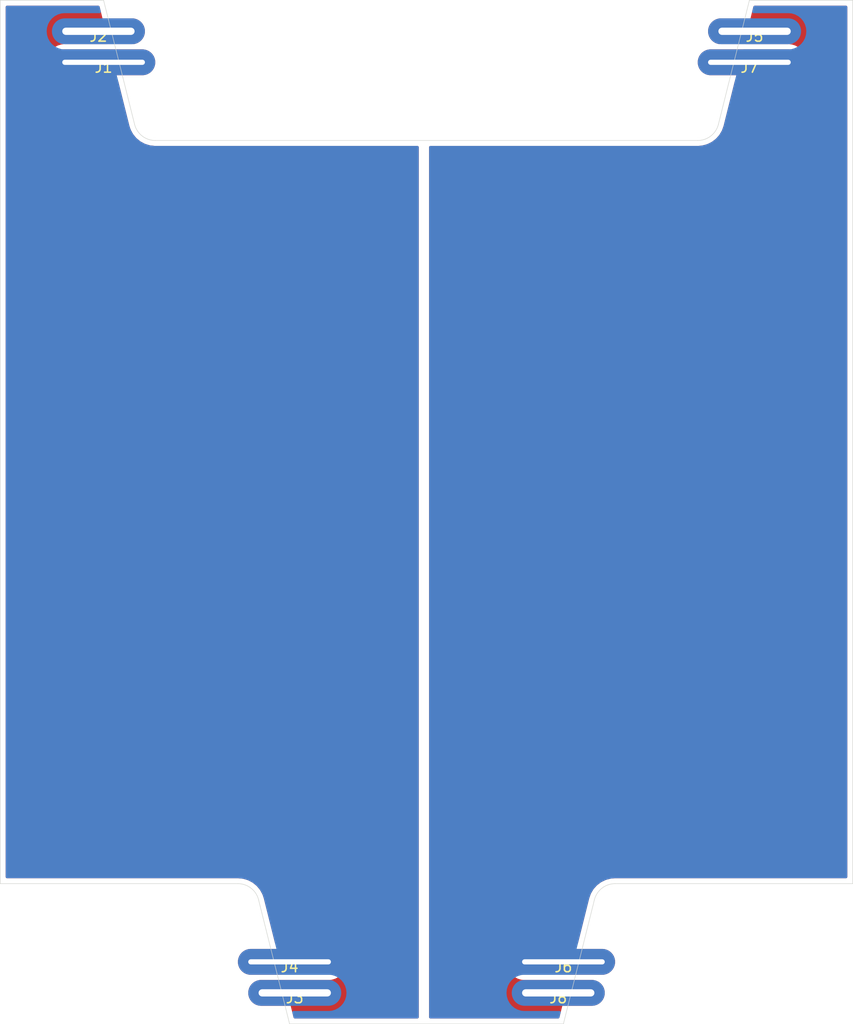
<source format=kicad_pcb>
(kicad_pcb (version 20171130) (host pcbnew 5.99.0+really5.1.10+dfsg1-1)

  (general
    (thickness 1.6)
    (drawings 17)
    (tracks 0)
    (zones 0)
    (modules 8)
    (nets 5)
  )

  (page A4)
  (layers
    (0 F.Cu signal)
    (31 B.Cu signal)
    (32 B.Adhes user)
    (33 F.Adhes user)
    (34 B.Paste user)
    (35 F.Paste user)
    (36 B.SilkS user)
    (37 F.SilkS user)
    (38 B.Mask user)
    (39 F.Mask user)
    (40 Dwgs.User user)
    (41 Cmts.User user)
    (42 Eco1.User user)
    (43 Eco2.User user)
    (44 Edge.Cuts user)
    (45 Margin user)
    (46 B.CrtYd user)
    (47 F.CrtYd user)
    (48 B.Fab user)
    (49 F.Fab user)
  )

  (setup
    (last_trace_width 0.25)
    (user_trace_width 10)
    (trace_clearance 0.5)
    (zone_clearance 0.5)
    (zone_45_only no)
    (trace_min 0.2)
    (via_size 0.8)
    (via_drill 0.4)
    (via_min_size 0.4)
    (via_min_drill 0.3)
    (uvia_size 0.3)
    (uvia_drill 0.1)
    (uvias_allowed no)
    (uvia_min_size 0.2)
    (uvia_min_drill 0.1)
    (edge_width 0.05)
    (segment_width 0.2)
    (pcb_text_width 0.3)
    (pcb_text_size 1.5 1.5)
    (mod_edge_width 0.12)
    (mod_text_size 1 1)
    (mod_text_width 0.15)
    (pad_size 1.524 1.524)
    (pad_drill 0.762)
    (pad_to_mask_clearance 0)
    (aux_axis_origin 0 0)
    (visible_elements FFFFFF7F)
    (pcbplotparams
      (layerselection 0x010fc_ffffffff)
      (usegerberextensions false)
      (usegerberattributes true)
      (usegerberadvancedattributes true)
      (creategerberjobfile true)
      (excludeedgelayer true)
      (linewidth 0.100000)
      (plotframeref false)
      (viasonmask false)
      (mode 1)
      (useauxorigin false)
      (hpglpennumber 1)
      (hpglpenspeed 20)
      (hpglpendiameter 15.000000)
      (psnegative false)
      (psa4output false)
      (plotreference true)
      (plotvalue true)
      (plotinvisibletext false)
      (padsonsilk false)
      (subtractmaskfromsilk false)
      (outputformat 1)
      (mirror false)
      (drillshape 0)
      (scaleselection 1)
      (outputdirectory "./export"))
  )

  (net 0 "")
  (net 1 "Net-(J1-Pad1)")
  (net 2 "Net-(J2-Pad1)")
  (net 3 "Net-(J5-Pad1)")
  (net 4 "Net-(J6-Pad1)")

  (net_class Default "This is the default net class."
    (clearance 0.5)
    (trace_width 0.25)
    (via_dia 0.8)
    (via_drill 0.4)
    (uvia_dia 0.3)
    (uvia_drill 0.1)
    (add_net "Net-(J1-Pad1)")
    (add_net "Net-(J2-Pad1)")
    (add_net "Net-(J5-Pad1)")
    (add_net "Net-(J6-Pad1)")
  )

  (module skyline-solar:hingejunct (layer F.Cu) (tedit 61B31EC8) (tstamp 61B3813D)
    (at 10 6)
    (path /61B35DE8)
    (fp_text reference J1 (at 0 0.5) (layer F.SilkS)
      (effects (font (size 1 1) (thickness 0.15)))
    )
    (fp_text value Conn_01x01_Female (at 0 -0.5) (layer F.Fab)
      (effects (font (size 1 1) (thickness 0.15)))
    )
    (pad 1 thru_hole oval (at 0 0) (size 10 2.5) (drill oval 8 0.5) (layers *.Cu *.Mask)
      (net 1 "Net-(J1-Pad1)") (die_length 2.5))
  )

  (module skyline-solar:hingejunct_copy (layer F.Cu) (tedit 61B31EE3) (tstamp 61B38142)
    (at 9.5 3)
    (path /61B3BEB1)
    (fp_text reference J2 (at 0 0.5) (layer F.SilkS)
      (effects (font (size 1 1) (thickness 0.15)))
    )
    (fp_text value Conn_01x01_Female (at 0 -0.5) (layer F.Fab)
      (effects (font (size 1 1) (thickness 0.15)))
    )
    (pad 1 thru_hole oval (at 0 0) (size 9 2.5) (drill oval 7 0.7) (layers *.Cu *.Mask)
      (net 2 "Net-(J2-Pad1)") (die_length 2.5))
  )

  (module skyline-solar:hingejunct_copy (layer F.Cu) (tedit 61B31EE3) (tstamp 61B38147)
    (at 28.5 96)
    (path /61B34E71)
    (fp_text reference J3 (at 0 0.5) (layer F.SilkS)
      (effects (font (size 1 1) (thickness 0.15)))
    )
    (fp_text value Conn_01x01_Female (at 0 -0.5) (layer F.Fab)
      (effects (font (size 1 1) (thickness 0.15)))
    )
    (pad 1 thru_hole oval (at 0 0) (size 9 2.5) (drill oval 7 0.7) (layers *.Cu *.Mask)
      (net 2 "Net-(J2-Pad1)") (die_length 2.5))
  )

  (module skyline-solar:hingejunct (layer F.Cu) (tedit 61B31EC8) (tstamp 61B3814C)
    (at 28 93)
    (path /61B3BEAB)
    (fp_text reference J4 (at 0 0.5) (layer F.SilkS)
      (effects (font (size 1 1) (thickness 0.15)))
    )
    (fp_text value Conn_01x01_Female (at 0 -0.5) (layer F.Fab)
      (effects (font (size 1 1) (thickness 0.15)))
    )
    (pad 1 thru_hole oval (at 0 0) (size 10 2.5) (drill oval 8 0.5) (layers *.Cu *.Mask)
      (net 1 "Net-(J1-Pad1)") (die_length 2.5))
  )

  (module skyline-solar:hingejunct_copy (layer F.Cu) (tedit 61B31EE3) (tstamp 61B38151)
    (at 73 3)
    (path /61B38C7B)
    (fp_text reference J5 (at 0 0.5) (layer F.SilkS)
      (effects (font (size 1 1) (thickness 0.15)))
    )
    (fp_text value Conn_01x01_Female (at 0 -0.5) (layer F.Fab)
      (effects (font (size 1 1) (thickness 0.15)))
    )
    (pad 1 thru_hole oval (at 0 0) (size 9 2.5) (drill oval 7 0.7) (layers *.Cu *.Mask)
      (net 3 "Net-(J5-Pad1)") (die_length 2.5))
  )

  (module skyline-solar:hingejunct (layer F.Cu) (tedit 61B31EC8) (tstamp 61B38156)
    (at 54.5 93)
    (path /61B3BEB7)
    (fp_text reference J6 (at 0 0.5) (layer F.SilkS)
      (effects (font (size 1 1) (thickness 0.15)))
    )
    (fp_text value Conn_01x01_Female (at 0 -0.5) (layer F.Fab)
      (effects (font (size 1 1) (thickness 0.15)))
    )
    (pad 1 thru_hole oval (at 0 0) (size 10 2.5) (drill oval 8 0.5) (layers *.Cu *.Mask)
      (net 4 "Net-(J6-Pad1)") (die_length 2.5))
  )

  (module skyline-solar:hingejunct (layer F.Cu) (tedit 61B31EC8) (tstamp 61B3815B)
    (at 72.5 6)
    (path /61B38C81)
    (fp_text reference J7 (at 0 0.5) (layer F.SilkS)
      (effects (font (size 1 1) (thickness 0.15)))
    )
    (fp_text value Conn_01x01_Female (at 0 -0.5) (layer F.Fab)
      (effects (font (size 1 1) (thickness 0.15)))
    )
    (pad 1 thru_hole oval (at 0 0) (size 10 2.5) (drill oval 8 0.5) (layers *.Cu *.Mask)
      (net 4 "Net-(J6-Pad1)") (die_length 2.5))
  )

  (module skyline-solar:hingejunct_copy (layer F.Cu) (tedit 61B31EE3) (tstamp 61B38160)
    (at 54 96)
    (path /61B3BEBD)
    (fp_text reference J8 (at 0 0.5) (layer F.SilkS)
      (effects (font (size 1 1) (thickness 0.15)))
    )
    (fp_text value Conn_01x01_Female (at 0 -0.5) (layer F.Fab)
      (effects (font (size 1 1) (thickness 0.15)))
    )
    (pad 1 thru_hole oval (at 0 0) (size 9 2.5) (drill oval 7 0.7) (layers *.Cu *.Mask)
      (net 3 "Net-(J5-Pad1)") (die_length 2.5))
  )

  (gr_text JLCJLCJLCJLC (at 41 96) (layer B.Paste)
    (effects (font (size 1 1) (thickness 0.15)) (justify mirror))
  )
  (gr_line (start 0 85.438448) (end 0 0) (layer Edge.Cuts) (width 0.05) (tstamp 61B3859E))
  (gr_line (start 82.5 0) (end 82.5 85.438448) (layer Edge.Cuts) (width 0.05) (tstamp 61B3859D))
  (gr_line (start 54.5 99) (end 28 99) (layer Edge.Cuts) (width 0.05) (tstamp 61B38486))
  (gr_line (start 67.500001 13.561552) (end 14.999999 13.561552) (layer Edge.Cuts) (width 0.05) (tstamp 61B38485))
  (gr_line (start 57.5 87) (end 54.5 99) (layer Edge.Cuts) (width 0.05) (tstamp 61B3845F))
  (gr_arc (start 59.5 87.5) (end 57.500001 87.000001) (angle 75.96375653) (layer Edge.Cuts) (width 0.05) (tstamp 61B3845E))
  (gr_line (start 59.499999 85.438448) (end 82.5 85.438448) (layer Edge.Cuts) (width 0.05) (tstamp 61B3845D))
  (gr_arc (start 67.5 11.5) (end 69.499999 11.999999) (angle 75.96375653) (layer Edge.Cuts) (width 0.05) (tstamp 61B3845C))
  (gr_line (start 72.5 0) (end 69.5 12) (layer Edge.Cuts) (width 0.05) (tstamp 61B3845B))
  (gr_line (start 82.5 0) (end 72.5 0) (layer Edge.Cuts) (width 0.05) (tstamp 61B3845A))
  (gr_line (start 23.000001 85.438448) (end 0 85.438448) (layer Edge.Cuts) (width 0.05))
  (gr_arc (start 23 87.5) (end 24.999999 87.000001) (angle -75.96375653) (layer Edge.Cuts) (width 0.05) (tstamp 61B38455))
  (gr_line (start 25 87) (end 28 99) (layer Edge.Cuts) (width 0.05) (tstamp 61B38436))
  (gr_arc (start 15 11.5) (end 13.000001 11.999999) (angle -75.96375653) (layer Edge.Cuts) (width 0.05))
  (gr_line (start 10 0) (end 13 12) (layer Edge.Cuts) (width 0.05))
  (gr_line (start 0 0) (end 10 0) (layer Edge.Cuts) (width 0.05))

  (zone (net 2) (net_name "Net-(J2-Pad1)") (layer F.Cu) (tstamp 61B3A333) (hatch edge 0.508)
    (connect_pads yes (clearance 0.5))
    (min_thickness 0.254)
    (fill yes (arc_segments 32) (thermal_gap 0.508) (thermal_bridge_width 0.508))
    (polygon
      (pts
        (xy 40.5 99) (xy 0 99) (xy 0 0) (xy 40.5 0)
      )
    )
    (filled_polygon
      (pts
        (xy 10.358684 4.123) (xy 6.15779 4.123) (xy 5.882044 4.150159) (xy 5.528228 4.257487) (xy 5.202149 4.43178)
        (xy 4.916339 4.666339) (xy 4.68178 4.952149) (xy 4.507487 5.278228) (xy 4.400159 5.632044) (xy 4.363918 6)
        (xy 4.400159 6.367956) (xy 4.507487 6.721772) (xy 4.68178 7.047851) (xy 4.916339 7.333661) (xy 5.202149 7.56822)
        (xy 5.528228 7.742513) (xy 5.882044 7.849841) (xy 6.15779 7.877) (xy 11.297184 7.877) (xy 12.375233 12.189199)
        (xy 12.383651 12.212759) (xy 12.480929 12.504881) (xy 12.502183 12.552578) (xy 12.521727 12.600952) (xy 12.526 12.60899)
        (xy 12.717364 12.96291) (xy 12.750427 13.011928) (xy 12.782767 13.061349) (xy 12.78852 13.068404) (xy 13.044984 13.378416)
        (xy 13.086926 13.420066) (xy 13.128262 13.462277) (xy 13.135276 13.46808) (xy 13.447071 13.722374) (xy 13.49632 13.755095)
        (xy 13.545051 13.788462) (xy 13.553054 13.792789) (xy 13.553058 13.792792) (xy 13.553062 13.792794) (xy 13.908308 13.981681)
        (xy 13.962983 14.004217) (xy 14.017257 14.027479) (xy 14.025947 14.030169) (xy 14.025954 14.030172) (xy 14.025961 14.030173)
        (xy 14.411125 14.146462) (xy 14.469132 14.157948) (xy 14.526898 14.170226) (xy 14.535949 14.171178) (xy 14.535951 14.171178)
        (xy 14.936375 14.21044) (xy 14.936381 14.21044) (xy 14.967977 14.213552) (xy 40.373 14.213552) (xy 40.373 98.348)
        (xy 28.509066 98.348) (xy 27.641316 94.877) (xy 31.84221 94.877) (xy 32.117956 94.849841) (xy 32.471772 94.742513)
        (xy 32.797851 94.56822) (xy 33.083661 94.333661) (xy 33.31822 94.047851) (xy 33.492513 93.721772) (xy 33.599841 93.367956)
        (xy 33.636082 93) (xy 33.599841 92.632044) (xy 33.492513 92.278228) (xy 33.31822 91.952149) (xy 33.083661 91.666339)
        (xy 32.797851 91.43178) (xy 32.471772 91.257487) (xy 32.117956 91.150159) (xy 31.84221 91.123) (xy 26.702816 91.123)
        (xy 25.624766 86.810801) (xy 25.616363 86.787283) (xy 25.519071 86.495119) (xy 25.497821 86.447432) (xy 25.478273 86.399048)
        (xy 25.474 86.39101) (xy 25.282636 86.037089) (xy 25.249577 85.988077) (xy 25.217233 85.938651) (xy 25.21148 85.931596)
        (xy 24.955016 85.621584) (xy 24.913074 85.579934) (xy 24.871738 85.537723) (xy 24.864724 85.53192) (xy 24.552929 85.277626)
        (xy 24.503662 85.244893) (xy 24.454948 85.211538) (xy 24.446946 85.207211) (xy 24.446942 85.207208) (xy 24.446938 85.207206)
        (xy 24.091692 85.018319) (xy 24.037003 84.995778) (xy 23.982742 84.972521) (xy 23.974052 84.969831) (xy 23.974045 84.969828)
        (xy 23.974038 84.969827) (xy 23.588875 84.853538) (xy 23.530868 84.842052) (xy 23.473102 84.829774) (xy 23.464051 84.828822)
        (xy 23.464049 84.828822) (xy 23.063625 84.78956) (xy 23.063619 84.78956) (xy 23.032023 84.786448) (xy 0.652 84.786448)
        (xy 0.652 0.652) (xy 9.490934 0.652)
      )
    )
  )
  (zone (net 3) (net_name "Net-(J5-Pad1)") (layer F.Cu) (tstamp 61B3A330) (hatch edge 0.508)
    (connect_pads yes (clearance 0.5))
    (min_thickness 0.254)
    (fill yes (arc_segments 32) (thermal_gap 0.508) (thermal_bridge_width 0.508))
    (polygon
      (pts
        (xy 82.5 99) (xy 41.5 99) (xy 41.5 0) (xy 82.5 0)
      )
    )
    (filled_polygon
      (pts
        (xy 81.848001 84.786448) (xy 59.467977 84.786448) (xy 59.443168 84.788892) (xy 59.136084 84.812423) (xy 59.084679 84.82147)
        (xy 59.032987 84.828702) (xy 59.024152 84.830899) (xy 58.634386 84.930712) (xy 58.578824 84.950895) (xy 58.523024 84.970287)
        (xy 58.514784 84.974157) (xy 58.151828 85.147775) (xy 58.101231 85.178374) (xy 58.050273 85.208227) (xy 58.042955 85.213616)
        (xy 58.042942 85.213624) (xy 58.042931 85.213634) (xy 57.720621 85.454434) (xy 57.676927 85.494281) (xy 57.632743 85.53346)
        (xy 57.6266 85.540178) (xy 57.357189 85.839009) (xy 57.322091 85.886552) (xy 57.286334 85.933598) (xy 57.281613 85.941382)
        (xy 57.075377 86.286849) (xy 57.05017 86.340329) (xy 57.024244 86.3934) (xy 57.021125 86.401952) (xy 56.886814 86.778388)
        (xy 56.875233 86.810801) (xy 55.797184 91.123) (xy 50.65779 91.123) (xy 50.382044 91.150159) (xy 50.028228 91.257487)
        (xy 49.702149 91.43178) (xy 49.416339 91.666339) (xy 49.18178 91.952149) (xy 49.007487 92.278228) (xy 48.900159 92.632044)
        (xy 48.863918 93) (xy 48.900159 93.367956) (xy 49.007487 93.721772) (xy 49.18178 94.047851) (xy 49.416339 94.333661)
        (xy 49.702149 94.56822) (xy 50.028228 94.742513) (xy 50.382044 94.849841) (xy 50.65779 94.877) (xy 54.858684 94.877)
        (xy 53.990934 98.348) (xy 41.627 98.348) (xy 41.627 14.213552) (xy 67.532023 14.213552) (xy 67.556832 14.211108)
        (xy 67.863916 14.187577) (xy 67.915321 14.17853) (xy 67.967013 14.171298) (xy 67.975847 14.169101) (xy 68.365614 14.069289)
        (xy 68.42121 14.049094) (xy 68.476976 14.029713) (xy 68.485212 14.025845) (xy 68.48522 14.025841) (xy 68.848172 13.852225)
        (xy 68.898771 13.821625) (xy 68.949726 13.791773) (xy 68.957057 13.786376) (xy 69.279379 13.545566) (xy 69.323056 13.505734)
        (xy 69.367258 13.46654) (xy 69.373395 13.459827) (xy 69.373401 13.459822) (xy 69.373405 13.459816) (xy 69.642811 13.160991)
        (xy 69.677909 13.113448) (xy 69.713666 13.066402) (xy 69.718387 13.058618) (xy 69.924623 12.713151) (xy 69.949836 12.659657)
        (xy 69.975756 12.6066) (xy 69.978875 12.598048) (xy 70.114082 12.219103) (xy 70.114083 12.219099) (xy 70.124766 12.189199)
        (xy 71.202816 7.877) (xy 76.34221 7.877) (xy 76.617956 7.849841) (xy 76.971772 7.742513) (xy 77.297851 7.56822)
        (xy 77.583661 7.333661) (xy 77.81822 7.047851) (xy 77.992513 6.721772) (xy 78.099841 6.367956) (xy 78.136082 6)
        (xy 78.099841 5.632044) (xy 77.992513 5.278228) (xy 77.81822 4.952149) (xy 77.583661 4.666339) (xy 77.297851 4.43178)
        (xy 76.971772 4.257487) (xy 76.617956 4.150159) (xy 76.34221 4.123) (xy 72.141316 4.123) (xy 73.009066 0.652)
        (xy 81.848 0.652)
      )
    )
  )
  (zone (net 1) (net_name "Net-(J1-Pad1)") (layer B.Cu) (tstamp 61B3A32D) (hatch edge 0.508)
    (connect_pads yes (clearance 0.5))
    (min_thickness 0.254)
    (fill yes (arc_segments 32) (thermal_gap 0.508) (thermal_bridge_width 0.508))
    (polygon
      (pts
        (xy 40.5 99) (xy 0 99) (xy 0 0) (xy 40.5 0)
      )
    )
    (filled_polygon
      (pts
        (xy 9.608684 1.123) (xy 6.15779 1.123) (xy 5.882044 1.150159) (xy 5.528228 1.257487) (xy 5.202149 1.43178)
        (xy 4.916339 1.666339) (xy 4.68178 1.952149) (xy 4.507487 2.278228) (xy 4.400159 2.632044) (xy 4.363918 3)
        (xy 4.400159 3.367956) (xy 4.507487 3.721772) (xy 4.68178 4.047851) (xy 4.916339 4.333661) (xy 5.202149 4.56822)
        (xy 5.528228 4.742513) (xy 5.882044 4.849841) (xy 6.15779 4.877) (xy 10.547184 4.877) (xy 12.375233 12.189199)
        (xy 12.383651 12.212759) (xy 12.480929 12.504881) (xy 12.502183 12.552578) (xy 12.521727 12.600952) (xy 12.526 12.60899)
        (xy 12.717364 12.96291) (xy 12.750427 13.011928) (xy 12.782767 13.061349) (xy 12.78852 13.068404) (xy 13.044984 13.378416)
        (xy 13.086926 13.420066) (xy 13.128262 13.462277) (xy 13.135276 13.46808) (xy 13.447071 13.722374) (xy 13.49632 13.755095)
        (xy 13.545051 13.788462) (xy 13.553054 13.792789) (xy 13.553058 13.792792) (xy 13.553062 13.792794) (xy 13.908308 13.981681)
        (xy 13.962983 14.004217) (xy 14.017257 14.027479) (xy 14.025947 14.030169) (xy 14.025954 14.030172) (xy 14.025961 14.030173)
        (xy 14.411125 14.146462) (xy 14.469132 14.157948) (xy 14.526898 14.170226) (xy 14.535949 14.171178) (xy 14.535951 14.171178)
        (xy 14.936375 14.21044) (xy 14.936381 14.21044) (xy 14.967977 14.213552) (xy 40.373 14.213552) (xy 40.373 98.348)
        (xy 28.509066 98.348) (xy 28.391316 97.877) (xy 31.84221 97.877) (xy 32.117956 97.849841) (xy 32.471772 97.742513)
        (xy 32.797851 97.56822) (xy 33.083661 97.333661) (xy 33.31822 97.047851) (xy 33.492513 96.721772) (xy 33.599841 96.367956)
        (xy 33.636082 96) (xy 33.599841 95.632044) (xy 33.492513 95.278228) (xy 33.31822 94.952149) (xy 33.083661 94.666339)
        (xy 32.797851 94.43178) (xy 32.471772 94.257487) (xy 32.117956 94.150159) (xy 31.84221 94.123) (xy 27.452816 94.123)
        (xy 25.624766 86.810801) (xy 25.616363 86.787283) (xy 25.519071 86.495119) (xy 25.497821 86.447432) (xy 25.478273 86.399048)
        (xy 25.474 86.39101) (xy 25.282636 86.037089) (xy 25.249577 85.988077) (xy 25.217233 85.938651) (xy 25.21148 85.931596)
        (xy 24.955016 85.621584) (xy 24.913074 85.579934) (xy 24.871738 85.537723) (xy 24.864724 85.53192) (xy 24.552929 85.277626)
        (xy 24.503662 85.244893) (xy 24.454948 85.211538) (xy 24.446946 85.207211) (xy 24.446942 85.207208) (xy 24.446938 85.207206)
        (xy 24.091692 85.018319) (xy 24.037003 84.995778) (xy 23.982742 84.972521) (xy 23.974052 84.969831) (xy 23.974045 84.969828)
        (xy 23.974038 84.969827) (xy 23.588875 84.853538) (xy 23.530868 84.842052) (xy 23.473102 84.829774) (xy 23.464051 84.828822)
        (xy 23.464049 84.828822) (xy 23.063625 84.78956) (xy 23.063619 84.78956) (xy 23.032023 84.786448) (xy 0.652 84.786448)
        (xy 0.652 0.652) (xy 9.490934 0.652)
      )
    )
  )
  (zone (net 4) (net_name "Net-(J6-Pad1)") (layer B.Cu) (tstamp 61B3A32A) (hatch edge 0.508)
    (connect_pads yes (clearance 0.5))
    (min_thickness 0.254)
    (fill yes (arc_segments 32) (thermal_gap 0.508) (thermal_bridge_width 0.508))
    (polygon
      (pts
        (xy 82.5 99) (xy 41.5 99) (xy 41.5 0) (xy 82.5 0)
      )
    )
    (filled_polygon
      (pts
        (xy 81.848001 84.786448) (xy 59.467977 84.786448) (xy 59.443168 84.788892) (xy 59.136084 84.812423) (xy 59.084679 84.82147)
        (xy 59.032987 84.828702) (xy 59.024152 84.830899) (xy 58.634386 84.930712) (xy 58.578824 84.950895) (xy 58.523024 84.970287)
        (xy 58.514784 84.974157) (xy 58.151828 85.147775) (xy 58.101231 85.178374) (xy 58.050273 85.208227) (xy 58.042955 85.213616)
        (xy 58.042942 85.213624) (xy 58.042931 85.213634) (xy 57.720621 85.454434) (xy 57.676927 85.494281) (xy 57.632743 85.53346)
        (xy 57.6266 85.540178) (xy 57.357189 85.839009) (xy 57.322091 85.886552) (xy 57.286334 85.933598) (xy 57.281613 85.941382)
        (xy 57.075377 86.286849) (xy 57.05017 86.340329) (xy 57.024244 86.3934) (xy 57.021125 86.401952) (xy 56.886814 86.778388)
        (xy 56.875233 86.810801) (xy 55.047184 94.123) (xy 50.65779 94.123) (xy 50.382044 94.150159) (xy 50.028228 94.257487)
        (xy 49.702149 94.43178) (xy 49.416339 94.666339) (xy 49.18178 94.952149) (xy 49.007487 95.278228) (xy 48.900159 95.632044)
        (xy 48.863918 96) (xy 48.900159 96.367956) (xy 49.007487 96.721772) (xy 49.18178 97.047851) (xy 49.416339 97.333661)
        (xy 49.702149 97.56822) (xy 50.028228 97.742513) (xy 50.382044 97.849841) (xy 50.65779 97.877) (xy 54.108684 97.877)
        (xy 53.990934 98.348) (xy 41.627 98.348) (xy 41.627 14.213552) (xy 67.532023 14.213552) (xy 67.556832 14.211108)
        (xy 67.863916 14.187577) (xy 67.915321 14.17853) (xy 67.967013 14.171298) (xy 67.975847 14.169101) (xy 68.365614 14.069289)
        (xy 68.42121 14.049094) (xy 68.476976 14.029713) (xy 68.485212 14.025845) (xy 68.48522 14.025841) (xy 68.848172 13.852225)
        (xy 68.898771 13.821625) (xy 68.949726 13.791773) (xy 68.957057 13.786376) (xy 69.279379 13.545566) (xy 69.323056 13.505734)
        (xy 69.367258 13.46654) (xy 69.373395 13.459827) (xy 69.373401 13.459822) (xy 69.373405 13.459816) (xy 69.642811 13.160991)
        (xy 69.677909 13.113448) (xy 69.713666 13.066402) (xy 69.718387 13.058618) (xy 69.924623 12.713151) (xy 69.949836 12.659657)
        (xy 69.975756 12.6066) (xy 69.978875 12.598048) (xy 70.114082 12.219103) (xy 70.114083 12.219099) (xy 70.124766 12.189199)
        (xy 71.952816 4.877) (xy 76.34221 4.877) (xy 76.617956 4.849841) (xy 76.971772 4.742513) (xy 77.297851 4.56822)
        (xy 77.583661 4.333661) (xy 77.81822 4.047851) (xy 77.992513 3.721772) (xy 78.099841 3.367956) (xy 78.136082 3)
        (xy 78.099841 2.632044) (xy 77.992513 2.278228) (xy 77.81822 1.952149) (xy 77.583661 1.666339) (xy 77.297851 1.43178)
        (xy 76.971772 1.257487) (xy 76.617956 1.150159) (xy 76.34221 1.123) (xy 72.891316 1.123) (xy 73.009066 0.652)
        (xy 81.848 0.652)
      )
    )
  )
)

</source>
